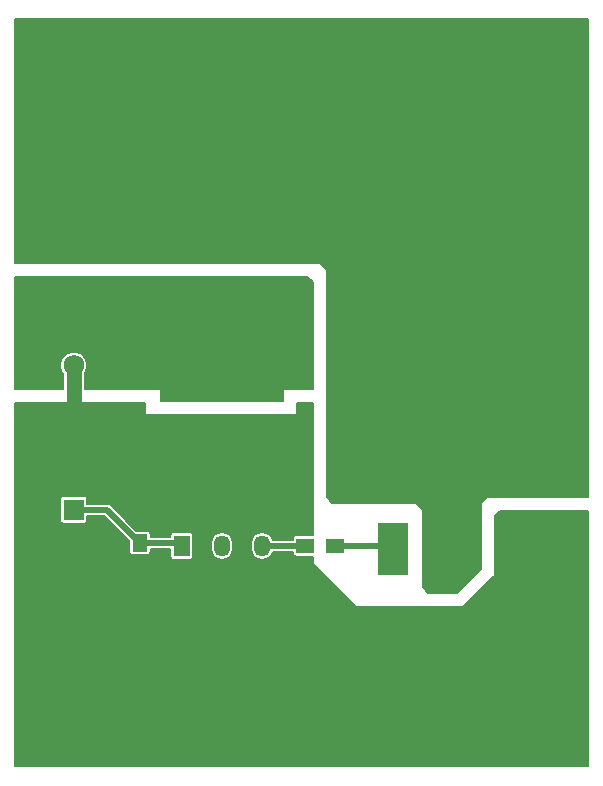
<source format=gtl>
G04 #@! TF.FileFunction,Copper,L1,Top,Signal*
%FSLAX46Y46*%
G04 Gerber Fmt 4.6, Leading zero omitted, Abs format (unit mm)*
G04 Created by KiCad (PCBNEW 4.0.4-stable) date 04/13/19 01:51:21*
%MOMM*%
%LPD*%
G01*
G04 APERTURE LIST*
%ADD10C,0.100000*%
%ADD11R,1.500000X1.250000*%
%ADD12R,1.250000X1.500000*%
%ADD13R,1.750000X1.750000*%
%ADD14C,1.750000*%
%ADD15R,10.541000X9.093200*%
%ADD16R,1.350000X1.800000*%
%ADD17O,1.350000X1.800000*%
%ADD18R,13.970000X13.970000*%
%ADD19R,2.500000X4.500000*%
%ADD20O,2.500000X4.500000*%
%ADD21R,6.350000X6.350000*%
%ADD22C,0.685800*%
%ADD23C,0.254000*%
%ADD24C,1.270000*%
%ADD25C,0.508000*%
%ADD26C,0.152400*%
G04 APERTURE END LIST*
D10*
D11*
X153142000Y-107696000D03*
X150642000Y-107696000D03*
D12*
X136652000Y-109962000D03*
X136652000Y-107462000D03*
D13*
X131064000Y-104648000D03*
D14*
X131064000Y-107148000D03*
D13*
X131064000Y-89916000D03*
D14*
X131064000Y-92416000D03*
D12*
X135890000Y-93746000D03*
X135890000Y-96246000D03*
D15*
X143608000Y-91036000D03*
D16*
X140208000Y-107696000D03*
D17*
X141908000Y-107696000D03*
X143608000Y-107696000D03*
X145308000Y-107696000D03*
X147008000Y-107696000D03*
D18*
X163565000Y-88090000D03*
D19*
X158115000Y-107950000D03*
D20*
X163565000Y-107950000D03*
X169015000Y-107950000D03*
D21*
X163068000Y-69088000D03*
X163068000Y-120396000D03*
X137668000Y-69088000D03*
X137668000Y-120396000D03*
D22*
X135636000Y-88392000D03*
X135636000Y-91440000D03*
X136144000Y-89916000D03*
X172720000Y-112776000D03*
X172720000Y-110744000D03*
X127508000Y-125476000D03*
X130048000Y-125476000D03*
X130048000Y-122936000D03*
X127508000Y-122936000D03*
X127508000Y-120396000D03*
X130048000Y-120396000D03*
X130048000Y-117856000D03*
X127508000Y-117856000D03*
X127508000Y-115316000D03*
X130048000Y-115316000D03*
X135128000Y-115316000D03*
X132588000Y-115316000D03*
X132588000Y-117856000D03*
X132588000Y-120396000D03*
X132588000Y-122936000D03*
X132588000Y-125476000D03*
X135128000Y-125476000D03*
X137668000Y-125476000D03*
X140208000Y-125476000D03*
X142748000Y-125476000D03*
X145288000Y-125476000D03*
X147828000Y-125476000D03*
X150368000Y-125476000D03*
X150368000Y-122936000D03*
X147828000Y-122936000D03*
X145288000Y-122936000D03*
X142748000Y-122936000D03*
X142748000Y-120396000D03*
X145288000Y-120396000D03*
X147828000Y-120396000D03*
X150368000Y-120396000D03*
X150368000Y-117856000D03*
X147828000Y-117856000D03*
X145288000Y-117856000D03*
X142748000Y-117856000D03*
X165608000Y-125476000D03*
X163068000Y-125476000D03*
X160528000Y-125476000D03*
X157988000Y-125476000D03*
X157988000Y-122936000D03*
X157988000Y-120396000D03*
X157988000Y-117856000D03*
X152908000Y-117856000D03*
X152908000Y-120396000D03*
X152908000Y-122936000D03*
X152908000Y-125476000D03*
X155448000Y-125476000D03*
X155448000Y-122936000D03*
X155448000Y-120396000D03*
X155448000Y-117856000D03*
X173228000Y-125476000D03*
X170688000Y-125476000D03*
X168148000Y-125476000D03*
X168148000Y-122936000D03*
X170688000Y-122936000D03*
X173228000Y-122936000D03*
X173228000Y-120396000D03*
X170688000Y-120396000D03*
X168148000Y-120396000D03*
X137668000Y-115316000D03*
X140208000Y-115316000D03*
X142748000Y-115316000D03*
X145288000Y-115316000D03*
X147828000Y-115316000D03*
X168148000Y-117856000D03*
X170688000Y-117856000D03*
X173228000Y-117856000D03*
X173228000Y-115316000D03*
X170688000Y-115316000D03*
X168148000Y-115316000D03*
X165608000Y-115316000D03*
X163068000Y-115316000D03*
X160528000Y-115316000D03*
X157988000Y-115316000D03*
X155448000Y-115316000D03*
X152908000Y-115316000D03*
X150368000Y-115316000D03*
X170688000Y-112776000D03*
X166624000Y-112776000D03*
X168656000Y-112776000D03*
X172720000Y-101092000D03*
X172720000Y-97028000D03*
X172720000Y-92964000D03*
X172720000Y-88900000D03*
X172720000Y-84836000D03*
X172720000Y-80772000D03*
X172720000Y-76708000D03*
X172720000Y-79248000D03*
X127508000Y-64008000D03*
X130048000Y-64008000D03*
X132588000Y-64008000D03*
X135128000Y-64008000D03*
X137668000Y-64008000D03*
X140208000Y-64008000D03*
X132588000Y-71628000D03*
X130048000Y-71628000D03*
X127508000Y-71628000D03*
X127508000Y-69088000D03*
X130048000Y-69088000D03*
X132588000Y-69088000D03*
X132588000Y-66548000D03*
X130048000Y-66548000D03*
X127508000Y-66548000D03*
X142748000Y-64008000D03*
X145288000Y-64008000D03*
X147828000Y-64008000D03*
X150368000Y-64008000D03*
X152908000Y-64008000D03*
X155448000Y-64008000D03*
X157988000Y-64008000D03*
X160528000Y-64008000D03*
X163068000Y-64008000D03*
X165608000Y-64008000D03*
X142748000Y-66548000D03*
X145288000Y-66548000D03*
X147828000Y-66548000D03*
X150368000Y-66548000D03*
X152908000Y-66548000D03*
X155448000Y-66548000D03*
X157988000Y-66548000D03*
X157988000Y-71628000D03*
X155448000Y-71628000D03*
X152908000Y-71628000D03*
X150368000Y-71628000D03*
X147828000Y-71628000D03*
X145288000Y-71628000D03*
X142748000Y-71628000D03*
X142748000Y-69088000D03*
X145288000Y-69088000D03*
X147828000Y-69088000D03*
X150368000Y-69088000D03*
X152908000Y-69088000D03*
X155448000Y-69088000D03*
X157988000Y-69088000D03*
X167132000Y-79248000D03*
X170688000Y-79248000D03*
X156464000Y-76708000D03*
X160020000Y-76708000D03*
X163576000Y-76708000D03*
X167132000Y-76708000D03*
X170688000Y-76708000D03*
X135128000Y-79248000D03*
X131572000Y-79248000D03*
X128016000Y-79248000D03*
X138684000Y-79248000D03*
X142240000Y-79248000D03*
X145796000Y-79248000D03*
X149352000Y-79248000D03*
X152908000Y-79248000D03*
X156464000Y-79248000D03*
X160020000Y-79248000D03*
X145796000Y-76708000D03*
X142240000Y-76708000D03*
X138684000Y-76708000D03*
X135128000Y-76708000D03*
X131572000Y-76708000D03*
X128016000Y-76708000D03*
X163576000Y-79248000D03*
X127508000Y-74168000D03*
X130048000Y-74168000D03*
X132588000Y-74168000D03*
X135128000Y-74168000D03*
X137668000Y-74168000D03*
X140208000Y-74168000D03*
X142748000Y-74168000D03*
X145288000Y-74168000D03*
X147828000Y-74168000D03*
X150368000Y-74168000D03*
X152908000Y-74168000D03*
X155448000Y-74168000D03*
X157988000Y-74168000D03*
X160528000Y-74168000D03*
X163068000Y-74168000D03*
X165608000Y-74168000D03*
X168148000Y-74168000D03*
X170688000Y-74168000D03*
X173228000Y-74168000D03*
X173228000Y-71628000D03*
X170688000Y-71628000D03*
X168148000Y-71628000D03*
X173228000Y-64008000D03*
X173228000Y-66548000D03*
X173228000Y-69088000D03*
X170688000Y-69088000D03*
X170688000Y-66548000D03*
X170688000Y-64008000D03*
X168148000Y-64008000D03*
X168148000Y-66548000D03*
X168148000Y-69088000D03*
X154432000Y-101092000D03*
X154432000Y-97028000D03*
X154432000Y-92964000D03*
X154432000Y-88900000D03*
X154432000Y-80772000D03*
X154432000Y-84836000D03*
X157480000Y-97028000D03*
X157480000Y-99060000D03*
X157480000Y-101092000D03*
X159512000Y-101092000D03*
X159512000Y-99060000D03*
X159512000Y-97028000D03*
X161544000Y-97028000D03*
X161544000Y-99060000D03*
X161544000Y-101092000D03*
X169672000Y-97028000D03*
X169672000Y-99060000D03*
X169672000Y-101092000D03*
X167640000Y-101092000D03*
X167640000Y-99060000D03*
X167640000Y-97028000D03*
X165608000Y-97028000D03*
X165608000Y-99060000D03*
X165608000Y-101092000D03*
X163576000Y-101092000D03*
X163576000Y-99060000D03*
X163576000Y-97028000D03*
D23*
X131064000Y-89916000D02*
X136144000Y-89916000D01*
X135636000Y-91440000D02*
X135636000Y-88392000D01*
X172720000Y-112776000D02*
X170688000Y-112776000D01*
X132588000Y-115316000D02*
X130048000Y-115316000D01*
X130048000Y-122936000D02*
X130048000Y-125476000D01*
X127508000Y-120396000D02*
X127508000Y-122936000D01*
X130048000Y-117856000D02*
X130048000Y-120396000D01*
X127508000Y-115316000D02*
X127508000Y-117856000D01*
X132588000Y-117856000D02*
X132588000Y-115316000D01*
X132588000Y-122936000D02*
X132588000Y-120396000D01*
X135128000Y-125476000D02*
X132588000Y-125476000D01*
X140208000Y-125476000D02*
X137668000Y-125476000D01*
X145288000Y-125476000D02*
X142748000Y-125476000D01*
X150368000Y-125476000D02*
X147828000Y-125476000D01*
X147828000Y-122936000D02*
X150368000Y-122936000D01*
X142748000Y-122936000D02*
X145288000Y-122936000D01*
X145288000Y-120396000D02*
X142748000Y-120396000D01*
X150368000Y-120396000D02*
X147828000Y-120396000D01*
X147828000Y-117856000D02*
X150368000Y-117856000D01*
X142748000Y-117856000D02*
X145288000Y-117856000D01*
X163068000Y-125476000D02*
X160528000Y-125476000D01*
X157988000Y-125476000D02*
X157988000Y-122936000D01*
X157988000Y-120396000D02*
X157988000Y-117856000D01*
X163068000Y-122936000D02*
X165608000Y-125476000D01*
X152908000Y-120396000D02*
X152908000Y-117856000D01*
X152908000Y-125476000D02*
X152908000Y-122936000D01*
X155448000Y-122936000D02*
X155448000Y-125476000D01*
X155448000Y-117856000D02*
X155448000Y-120396000D01*
X163068000Y-120396000D02*
X163068000Y-122936000D01*
X168148000Y-125476000D02*
X170688000Y-125476000D01*
X170688000Y-122936000D02*
X168148000Y-122936000D01*
X173228000Y-120396000D02*
X173228000Y-122936000D01*
X168148000Y-120396000D02*
X170688000Y-120396000D01*
X147828000Y-115316000D02*
X150368000Y-115316000D01*
X137668000Y-115316000D02*
X140208000Y-115316000D01*
X142748000Y-115316000D02*
X145288000Y-115316000D01*
X170688000Y-117856000D02*
X168148000Y-117856000D01*
X173228000Y-115316000D02*
X173228000Y-117856000D01*
X168148000Y-115316000D02*
X170688000Y-115316000D01*
X163068000Y-115316000D02*
X165608000Y-115316000D01*
X157988000Y-115316000D02*
X160528000Y-115316000D01*
X152908000Y-115316000D02*
X155448000Y-115316000D01*
X169015000Y-111103000D02*
X170688000Y-112776000D01*
X169015000Y-107950000D02*
X169015000Y-111103000D01*
X168656000Y-112776000D02*
X166624000Y-112776000D01*
D24*
X131064000Y-92416000D02*
X131064000Y-96774000D01*
X128992000Y-107148000D02*
X131064000Y-107148000D01*
X128270000Y-106426000D02*
X128992000Y-107148000D01*
X128270000Y-99568000D02*
X128270000Y-106426000D01*
X131064000Y-96774000D02*
X128270000Y-99568000D01*
D25*
X136652000Y-107462000D02*
X139974000Y-107462000D01*
X139974000Y-107462000D02*
X140208000Y-107696000D01*
X131064000Y-104648000D02*
X133838000Y-104648000D01*
X133838000Y-104648000D02*
X136652000Y-107462000D01*
D23*
X172720000Y-80772000D02*
X172720000Y-79248000D01*
X172720000Y-101092000D02*
X172720000Y-97028000D01*
X172720000Y-92964000D02*
X172720000Y-88900000D01*
X172720000Y-84836000D02*
X172720000Y-80772000D01*
X130048000Y-64008000D02*
X127508000Y-64008000D01*
X135128000Y-64008000D02*
X132588000Y-64008000D01*
X140208000Y-64008000D02*
X137668000Y-64008000D01*
X137668000Y-69088000D02*
X135128000Y-69088000D01*
X135128000Y-69088000D02*
X132588000Y-71628000D01*
X130048000Y-71628000D02*
X127508000Y-71628000D01*
X127508000Y-69088000D02*
X130048000Y-69088000D01*
X132588000Y-69088000D02*
X132588000Y-66548000D01*
X130048000Y-66548000D02*
X127508000Y-66548000D01*
X155448000Y-66548000D02*
X155448000Y-64008000D01*
X147828000Y-64008000D02*
X145288000Y-64008000D01*
X152908000Y-64008000D02*
X150368000Y-64008000D01*
X163068000Y-69088000D02*
X163068000Y-66548000D01*
X163068000Y-66548000D02*
X165608000Y-64008000D01*
X163068000Y-64008000D02*
X160528000Y-64008000D01*
X147828000Y-66548000D02*
X145288000Y-66548000D01*
X152908000Y-66548000D02*
X150368000Y-66548000D01*
X157988000Y-66548000D02*
X155448000Y-66548000D01*
X157988000Y-71628000D02*
X155448000Y-71628000D01*
X152908000Y-71628000D02*
X150368000Y-71628000D01*
X147828000Y-71628000D02*
X145288000Y-71628000D01*
X142748000Y-71628000D02*
X142748000Y-69088000D01*
X145288000Y-69088000D02*
X147828000Y-69088000D01*
X150368000Y-69088000D02*
X152908000Y-69088000D01*
X155448000Y-69088000D02*
X157988000Y-69088000D01*
X170688000Y-79248000D02*
X170688000Y-76708000D01*
X163576000Y-79248000D02*
X167132000Y-79248000D01*
X160020000Y-76708000D02*
X156464000Y-76708000D01*
X167132000Y-76708000D02*
X163576000Y-76708000D01*
X128016000Y-79248000D02*
X128016000Y-76708000D01*
X135128000Y-79248000D02*
X131572000Y-79248000D01*
X163576000Y-79248000D02*
X160020000Y-79248000D01*
X142240000Y-79248000D02*
X138684000Y-79248000D01*
X149352000Y-79248000D02*
X145796000Y-79248000D01*
X156464000Y-79248000D02*
X152908000Y-79248000D01*
X138684000Y-76708000D02*
X142240000Y-76708000D01*
X131572000Y-76708000D02*
X135128000Y-76708000D01*
X130048000Y-74168000D02*
X127508000Y-74168000D01*
X135128000Y-74168000D02*
X132588000Y-74168000D01*
X140208000Y-74168000D02*
X137668000Y-74168000D01*
X145288000Y-74168000D02*
X142748000Y-74168000D01*
X150368000Y-74168000D02*
X147828000Y-74168000D01*
X155448000Y-74168000D02*
X152908000Y-74168000D01*
X160528000Y-74168000D02*
X157988000Y-74168000D01*
X163068000Y-74168000D02*
X165608000Y-74168000D01*
X168148000Y-74168000D02*
X170688000Y-74168000D01*
X173228000Y-74168000D02*
X173228000Y-71628000D01*
X170688000Y-71628000D02*
X168148000Y-71628000D01*
X173228000Y-69088000D02*
X173228000Y-66548000D01*
X170688000Y-66548000D02*
X170688000Y-69088000D01*
X168148000Y-64008000D02*
X170688000Y-64008000D01*
X168148000Y-69088000D02*
X168148000Y-66548000D01*
X154432000Y-101092000D02*
X154432000Y-97028000D01*
X154432000Y-92964000D02*
X154432000Y-88900000D01*
X154432000Y-84836000D02*
X154432000Y-80772000D01*
X163576000Y-101092000D02*
X161544000Y-101092000D01*
X157480000Y-99060000D02*
X157480000Y-97028000D01*
X159512000Y-101092000D02*
X157480000Y-101092000D01*
X159512000Y-97028000D02*
X159512000Y-99060000D01*
X161544000Y-99060000D02*
X161544000Y-97028000D01*
X163565000Y-88090000D02*
X163565000Y-97017000D01*
X169672000Y-101092000D02*
X169672000Y-99060000D01*
X167640000Y-99060000D02*
X167640000Y-101092000D01*
X165608000Y-97028000D02*
X167640000Y-97028000D01*
X165608000Y-101092000D02*
X165608000Y-99060000D01*
X163576000Y-99060000D02*
X163576000Y-101092000D01*
X163565000Y-97017000D02*
X163576000Y-97028000D01*
D25*
X153142000Y-107696000D02*
X157861000Y-107696000D01*
X157861000Y-107696000D02*
X158115000Y-107950000D01*
X150642000Y-107696000D02*
X147008000Y-107696000D01*
D26*
G36*
X137083800Y-96520000D02*
X137089011Y-96547695D01*
X137105379Y-96573132D01*
X137130354Y-96590197D01*
X137160000Y-96596200D01*
X149860000Y-96596200D01*
X149887695Y-96590989D01*
X149913132Y-96574621D01*
X149930197Y-96549646D01*
X149936200Y-96520000D01*
X149936200Y-95580200D01*
X151307800Y-95580200D01*
X151307800Y-106786127D01*
X149892000Y-106786127D01*
X149788461Y-106805609D01*
X149693366Y-106866801D01*
X149629571Y-106960168D01*
X149607127Y-107071000D01*
X149607127Y-107162600D01*
X147905652Y-107162600D01*
X147889751Y-107082661D01*
X147682863Y-106773031D01*
X147373233Y-106566143D01*
X147008000Y-106493494D01*
X146642767Y-106566143D01*
X146333137Y-106773031D01*
X146126249Y-107082661D01*
X146053600Y-107447894D01*
X146053600Y-107944106D01*
X146126249Y-108309339D01*
X146333137Y-108618969D01*
X146642767Y-108825857D01*
X147008000Y-108898506D01*
X147373233Y-108825857D01*
X147682863Y-108618969D01*
X147889751Y-108309339D01*
X147905652Y-108229400D01*
X149607127Y-108229400D01*
X149607127Y-108321000D01*
X149626609Y-108424539D01*
X149687801Y-108519634D01*
X149781168Y-108583429D01*
X149892000Y-108605873D01*
X151307800Y-108605873D01*
X151307800Y-109220000D01*
X151313803Y-109249646D01*
X151330118Y-109273882D01*
X154886118Y-112829882D01*
X154911327Y-112846599D01*
X154940000Y-112852200D01*
X164084000Y-112852200D01*
X164113646Y-112846197D01*
X164137882Y-112829882D01*
X166677882Y-110289882D01*
X166694599Y-110264673D01*
X166700200Y-110236000D01*
X166700200Y-105187564D01*
X167163564Y-104724200D01*
X174626200Y-104724200D01*
X174626200Y-126366200D01*
X126109800Y-126366200D01*
X126109800Y-103773000D01*
X129904127Y-103773000D01*
X129904127Y-105523000D01*
X129923609Y-105626539D01*
X129984801Y-105721634D01*
X130078168Y-105785429D01*
X130189000Y-105807873D01*
X131939000Y-105807873D01*
X132042539Y-105788391D01*
X132137634Y-105727199D01*
X132201429Y-105633832D01*
X132223873Y-105523000D01*
X132223873Y-105181400D01*
X133617058Y-105181400D01*
X135742127Y-107306469D01*
X135742127Y-108212000D01*
X135761609Y-108315539D01*
X135822801Y-108410634D01*
X135916168Y-108474429D01*
X136027000Y-108496873D01*
X137277000Y-108496873D01*
X137380539Y-108477391D01*
X137475634Y-108416199D01*
X137539429Y-108322832D01*
X137561873Y-108212000D01*
X137561873Y-107995400D01*
X139248127Y-107995400D01*
X139248127Y-108596000D01*
X139267609Y-108699539D01*
X139328801Y-108794634D01*
X139422168Y-108858429D01*
X139533000Y-108880873D01*
X140883000Y-108880873D01*
X140986539Y-108861391D01*
X141081634Y-108800199D01*
X141145429Y-108706832D01*
X141167873Y-108596000D01*
X141167873Y-107447894D01*
X142653600Y-107447894D01*
X142653600Y-107944106D01*
X142726249Y-108309339D01*
X142933137Y-108618969D01*
X143242767Y-108825857D01*
X143608000Y-108898506D01*
X143973233Y-108825857D01*
X144282863Y-108618969D01*
X144489751Y-108309339D01*
X144562400Y-107944106D01*
X144562400Y-107447894D01*
X144489751Y-107082661D01*
X144282863Y-106773031D01*
X143973233Y-106566143D01*
X143608000Y-106493494D01*
X143242767Y-106566143D01*
X142933137Y-106773031D01*
X142726249Y-107082661D01*
X142653600Y-107447894D01*
X141167873Y-107447894D01*
X141167873Y-106796000D01*
X141148391Y-106692461D01*
X141087199Y-106597366D01*
X140993832Y-106533571D01*
X140883000Y-106511127D01*
X139533000Y-106511127D01*
X139429461Y-106530609D01*
X139334366Y-106591801D01*
X139270571Y-106685168D01*
X139248127Y-106796000D01*
X139248127Y-106928600D01*
X137561873Y-106928600D01*
X137561873Y-106712000D01*
X137542391Y-106608461D01*
X137481199Y-106513366D01*
X137387832Y-106449571D01*
X137277000Y-106427127D01*
X136371469Y-106427127D01*
X134215171Y-104270829D01*
X134042123Y-104155203D01*
X133838000Y-104114600D01*
X132223873Y-104114600D01*
X132223873Y-103773000D01*
X132204391Y-103669461D01*
X132143199Y-103574366D01*
X132049832Y-103510571D01*
X131939000Y-103488127D01*
X130189000Y-103488127D01*
X130085461Y-103507609D01*
X129990366Y-103568801D01*
X129926571Y-103662168D01*
X129904127Y-103773000D01*
X126109800Y-103773000D01*
X126109800Y-95580200D01*
X137083800Y-95580200D01*
X137083800Y-96520000D01*
X137083800Y-96520000D01*
G37*
X137083800Y-96520000D02*
X137089011Y-96547695D01*
X137105379Y-96573132D01*
X137130354Y-96590197D01*
X137160000Y-96596200D01*
X149860000Y-96596200D01*
X149887695Y-96590989D01*
X149913132Y-96574621D01*
X149930197Y-96549646D01*
X149936200Y-96520000D01*
X149936200Y-95580200D01*
X151307800Y-95580200D01*
X151307800Y-106786127D01*
X149892000Y-106786127D01*
X149788461Y-106805609D01*
X149693366Y-106866801D01*
X149629571Y-106960168D01*
X149607127Y-107071000D01*
X149607127Y-107162600D01*
X147905652Y-107162600D01*
X147889751Y-107082661D01*
X147682863Y-106773031D01*
X147373233Y-106566143D01*
X147008000Y-106493494D01*
X146642767Y-106566143D01*
X146333137Y-106773031D01*
X146126249Y-107082661D01*
X146053600Y-107447894D01*
X146053600Y-107944106D01*
X146126249Y-108309339D01*
X146333137Y-108618969D01*
X146642767Y-108825857D01*
X147008000Y-108898506D01*
X147373233Y-108825857D01*
X147682863Y-108618969D01*
X147889751Y-108309339D01*
X147905652Y-108229400D01*
X149607127Y-108229400D01*
X149607127Y-108321000D01*
X149626609Y-108424539D01*
X149687801Y-108519634D01*
X149781168Y-108583429D01*
X149892000Y-108605873D01*
X151307800Y-108605873D01*
X151307800Y-109220000D01*
X151313803Y-109249646D01*
X151330118Y-109273882D01*
X154886118Y-112829882D01*
X154911327Y-112846599D01*
X154940000Y-112852200D01*
X164084000Y-112852200D01*
X164113646Y-112846197D01*
X164137882Y-112829882D01*
X166677882Y-110289882D01*
X166694599Y-110264673D01*
X166700200Y-110236000D01*
X166700200Y-105187564D01*
X167163564Y-104724200D01*
X174626200Y-104724200D01*
X174626200Y-126366200D01*
X126109800Y-126366200D01*
X126109800Y-103773000D01*
X129904127Y-103773000D01*
X129904127Y-105523000D01*
X129923609Y-105626539D01*
X129984801Y-105721634D01*
X130078168Y-105785429D01*
X130189000Y-105807873D01*
X131939000Y-105807873D01*
X132042539Y-105788391D01*
X132137634Y-105727199D01*
X132201429Y-105633832D01*
X132223873Y-105523000D01*
X132223873Y-105181400D01*
X133617058Y-105181400D01*
X135742127Y-107306469D01*
X135742127Y-108212000D01*
X135761609Y-108315539D01*
X135822801Y-108410634D01*
X135916168Y-108474429D01*
X136027000Y-108496873D01*
X137277000Y-108496873D01*
X137380539Y-108477391D01*
X137475634Y-108416199D01*
X137539429Y-108322832D01*
X137561873Y-108212000D01*
X137561873Y-107995400D01*
X139248127Y-107995400D01*
X139248127Y-108596000D01*
X139267609Y-108699539D01*
X139328801Y-108794634D01*
X139422168Y-108858429D01*
X139533000Y-108880873D01*
X140883000Y-108880873D01*
X140986539Y-108861391D01*
X141081634Y-108800199D01*
X141145429Y-108706832D01*
X141167873Y-108596000D01*
X141167873Y-107447894D01*
X142653600Y-107447894D01*
X142653600Y-107944106D01*
X142726249Y-108309339D01*
X142933137Y-108618969D01*
X143242767Y-108825857D01*
X143608000Y-108898506D01*
X143973233Y-108825857D01*
X144282863Y-108618969D01*
X144489751Y-108309339D01*
X144562400Y-107944106D01*
X144562400Y-107447894D01*
X144489751Y-107082661D01*
X144282863Y-106773031D01*
X143973233Y-106566143D01*
X143608000Y-106493494D01*
X143242767Y-106566143D01*
X142933137Y-106773031D01*
X142726249Y-107082661D01*
X142653600Y-107447894D01*
X141167873Y-107447894D01*
X141167873Y-106796000D01*
X141148391Y-106692461D01*
X141087199Y-106597366D01*
X140993832Y-106533571D01*
X140883000Y-106511127D01*
X139533000Y-106511127D01*
X139429461Y-106530609D01*
X139334366Y-106591801D01*
X139270571Y-106685168D01*
X139248127Y-106796000D01*
X139248127Y-106928600D01*
X137561873Y-106928600D01*
X137561873Y-106712000D01*
X137542391Y-106608461D01*
X137481199Y-106513366D01*
X137387832Y-106449571D01*
X137277000Y-106427127D01*
X136371469Y-106427127D01*
X134215171Y-104270829D01*
X134042123Y-104155203D01*
X133838000Y-104114600D01*
X132223873Y-104114600D01*
X132223873Y-103773000D01*
X132204391Y-103669461D01*
X132143199Y-103574366D01*
X132049832Y-103510571D01*
X131939000Y-103488127D01*
X130189000Y-103488127D01*
X130085461Y-103507609D01*
X129990366Y-103568801D01*
X129926571Y-103662168D01*
X129904127Y-103773000D01*
X126109800Y-103773000D01*
X126109800Y-95580200D01*
X137083800Y-95580200D01*
X137083800Y-96520000D01*
G36*
X174626200Y-103555800D02*
X166116000Y-103555800D01*
X166086354Y-103561803D01*
X166062118Y-103578118D01*
X165554118Y-104086118D01*
X165537401Y-104111327D01*
X165531800Y-104140000D01*
X165531800Y-109696436D01*
X163544436Y-111683800D01*
X161067564Y-111683800D01*
X160604200Y-111220436D01*
X160604200Y-104648000D01*
X160598197Y-104618354D01*
X160581882Y-104594118D01*
X160073882Y-104086118D01*
X160048673Y-104069401D01*
X160020000Y-104063800D01*
X152939564Y-104063800D01*
X152476200Y-103600436D01*
X152476200Y-84328000D01*
X152470197Y-84298354D01*
X152453882Y-84274118D01*
X151945882Y-83766118D01*
X151920673Y-83749401D01*
X151892000Y-83743800D01*
X126109800Y-83743800D01*
X126109800Y-63117800D01*
X174626200Y-63117800D01*
X174626200Y-103555800D01*
X174626200Y-103555800D01*
G37*
X174626200Y-103555800D02*
X166116000Y-103555800D01*
X166086354Y-103561803D01*
X166062118Y-103578118D01*
X165554118Y-104086118D01*
X165537401Y-104111327D01*
X165531800Y-104140000D01*
X165531800Y-109696436D01*
X163544436Y-111683800D01*
X161067564Y-111683800D01*
X160604200Y-111220436D01*
X160604200Y-104648000D01*
X160598197Y-104618354D01*
X160581882Y-104594118D01*
X160073882Y-104086118D01*
X160048673Y-104069401D01*
X160020000Y-104063800D01*
X152939564Y-104063800D01*
X152476200Y-103600436D01*
X152476200Y-84328000D01*
X152470197Y-84298354D01*
X152453882Y-84274118D01*
X151945882Y-83766118D01*
X151920673Y-83749401D01*
X151892000Y-83743800D01*
X126109800Y-83743800D01*
X126109800Y-63117800D01*
X174626200Y-63117800D01*
X174626200Y-103555800D01*
G36*
X151307800Y-85375564D02*
X151307800Y-94411800D01*
X131978400Y-94411800D01*
X131978400Y-93134340D01*
X132042082Y-93070769D01*
X132218199Y-92646632D01*
X132218600Y-92187383D01*
X132043223Y-91762939D01*
X131718769Y-91437918D01*
X131294632Y-91261801D01*
X130835383Y-91261400D01*
X130410939Y-91436777D01*
X130085918Y-91761231D01*
X129909801Y-92185368D01*
X129909400Y-92644617D01*
X130084777Y-93069061D01*
X130149600Y-93133997D01*
X130149600Y-94411800D01*
X126109800Y-94411800D01*
X126109800Y-84912200D01*
X150844436Y-84912200D01*
X151307800Y-85375564D01*
X151307800Y-85375564D01*
G37*
X151307800Y-85375564D02*
X151307800Y-94411800D01*
X131978400Y-94411800D01*
X131978400Y-93134340D01*
X132042082Y-93070769D01*
X132218199Y-92646632D01*
X132218600Y-92187383D01*
X132043223Y-91762939D01*
X131718769Y-91437918D01*
X131294632Y-91261801D01*
X130835383Y-91261400D01*
X130410939Y-91436777D01*
X130085918Y-91761231D01*
X129909801Y-92185368D01*
X129909400Y-92644617D01*
X130084777Y-93069061D01*
X130149600Y-93133997D01*
X130149600Y-94411800D01*
X126109800Y-94411800D01*
X126109800Y-84912200D01*
X150844436Y-84912200D01*
X151307800Y-85375564D01*
M02*

</source>
